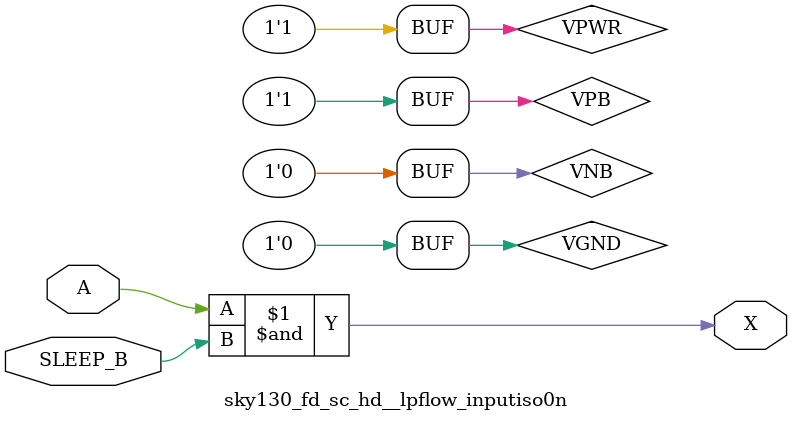
<source format=v>
/*
 * Copyright 2020 The SkyWater PDK Authors
 *
 * Licensed under the Apache License, Version 2.0 (the "License");
 * you may not use this file except in compliance with the License.
 * You may obtain a copy of the License at
 *
 *     https://www.apache.org/licenses/LICENSE-2.0
 *
 * Unless required by applicable law or agreed to in writing, software
 * distributed under the License is distributed on an "AS IS" BASIS,
 * WITHOUT WARRANTIES OR CONDITIONS OF ANY KIND, either express or implied.
 * See the License for the specific language governing permissions and
 * limitations under the License.
 *
 * SPDX-License-Identifier: Apache-2.0
*/


`ifndef SKY130_FD_SC_HD__LPFLOW_INPUTISO0N_TIMING_V
`define SKY130_FD_SC_HD__LPFLOW_INPUTISO0N_TIMING_V

/**
 * lpflow_inputiso0n: Input isolator with inverted enable.
 *
 *                    X = (A & SLEEP_B)
 *
 * Verilog simulation timing model.
 */

`timescale 1ns / 1ps
`default_nettype none

`celldefine
module sky130_fd_sc_hd__lpflow_inputiso0n (
    X      ,
    A      ,
    SLEEP_B
);

    // Module ports
    output X      ;
    input  A      ;
    input  SLEEP_B;

    // Module supplies
    supply1 VPWR;
    supply0 VGND;
    supply1 VPB ;
    supply0 VNB ;

    //  Name  Output  Other arguments
    and and0 (X     , A, SLEEP_B     );

endmodule
`endcelldefine

`default_nettype wire
`endif  // SKY130_FD_SC_HD__LPFLOW_INPUTISO0N_TIMING_V

</source>
